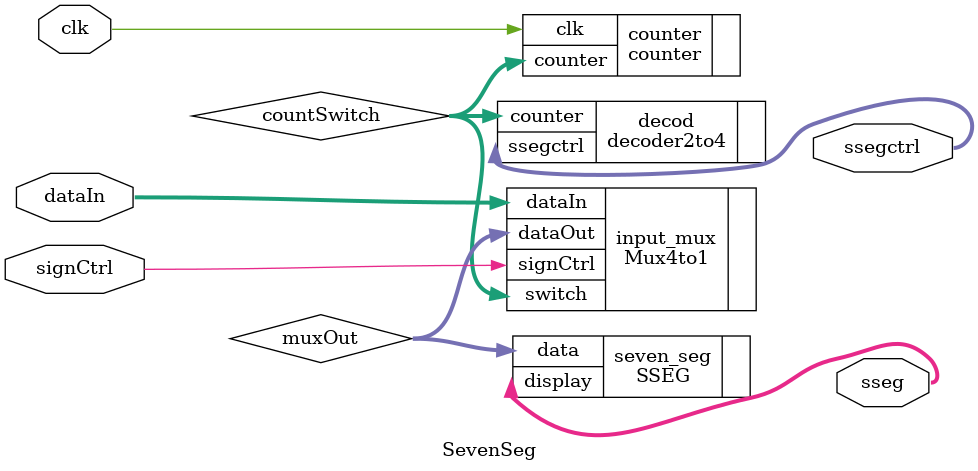
<source format=sv>
module SevenSeg (
    input signCtrl,
    input [11:0] dataIn,
    input clk,
    output [3:0] ssegctrl,
    output [6:0] sseg
);

wire [3:0] muxOut;
wire [1:0] countSwitch;

counter counter (
    .clk(clk),
    .counter(countSwitch)
);

decoder2to4 decod (
                  .counter(countSwitch),
                  .ssegctrl(ssegctrl)
                  );

Mux4to1 input_mux (
    .signCtrl(signCtrl),
    .dataIn(dataIn),
    .switch(countSwitch),
    .dataOut(muxOut)
);

SSEG seven_seg (
    .data(muxOut),
    .display(sseg)
);
endmodule
</source>
